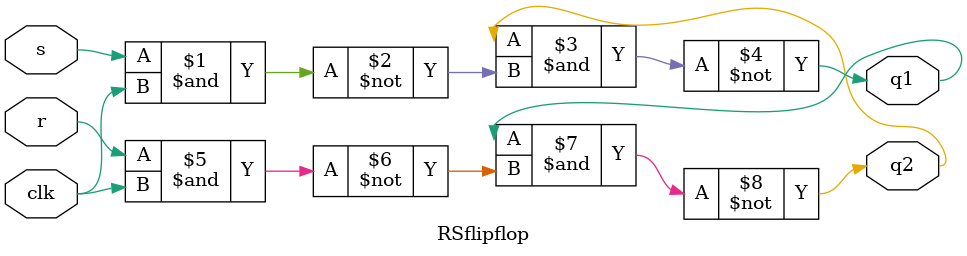
<source format=v>
`timescale 1ns / 1ps
module RSflipflop(
    input s, r, clk,
    output q1, q2
    );
    
    assign q1=~(q2 & ~(s&clk));
    assign q2 = ~(q1& ~(r&clk));
    
    
endmodule

</source>
